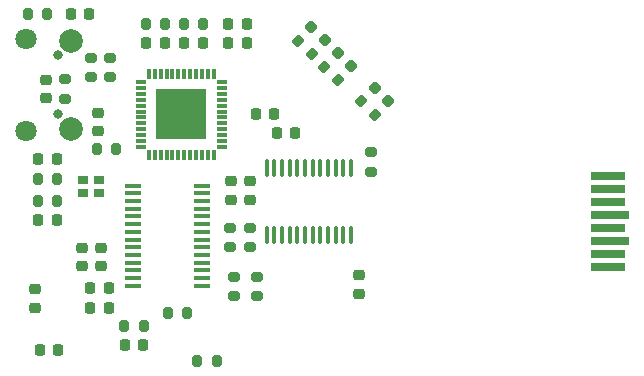
<source format=gbr>
%TF.GenerationSoftware,KiCad,Pcbnew,6.0.5-a6ca702e91~116~ubuntu20.04.1*%
%TF.CreationDate,2022-07-26T15:57:37+01:00*%
%TF.ProjectId,sd-mux,73642d6d-7578-42e6-9b69-6361645f7063,rev?*%
%TF.SameCoordinates,Original*%
%TF.FileFunction,Soldermask,Top*%
%TF.FilePolarity,Negative*%
%FSLAX46Y46*%
G04 Gerber Fmt 4.6, Leading zero omitted, Abs format (unit mm)*
G04 Created by KiCad (PCBNEW 6.0.5-a6ca702e91~116~ubuntu20.04.1) date 2022-07-26 15:57:37*
%MOMM*%
%LPD*%
G01*
G04 APERTURE LIST*
G04 Aperture macros list*
%AMRoundRect*
0 Rectangle with rounded corners*
0 $1 Rounding radius*
0 $2 $3 $4 $5 $6 $7 $8 $9 X,Y pos of 4 corners*
0 Add a 4 corners polygon primitive as box body*
4,1,4,$2,$3,$4,$5,$6,$7,$8,$9,$2,$3,0*
0 Add four circle primitives for the rounded corners*
1,1,$1+$1,$2,$3*
1,1,$1+$1,$4,$5*
1,1,$1+$1,$6,$7*
1,1,$1+$1,$8,$9*
0 Add four rect primitives between the rounded corners*
20,1,$1+$1,$2,$3,$4,$5,0*
20,1,$1+$1,$4,$5,$6,$7,0*
20,1,$1+$1,$6,$7,$8,$9,0*
20,1,$1+$1,$8,$9,$2,$3,0*%
G04 Aperture macros list end*
%ADD10R,0.900000X0.800000*%
%ADD11RoundRect,0.218750X0.335876X0.026517X0.026517X0.335876X-0.335876X-0.026517X-0.026517X-0.335876X0*%
%ADD12RoundRect,0.200000X-0.275000X0.200000X-0.275000X-0.200000X0.275000X-0.200000X0.275000X0.200000X0*%
%ADD13RoundRect,0.200000X-0.200000X-0.275000X0.200000X-0.275000X0.200000X0.275000X-0.200000X0.275000X0*%
%ADD14RoundRect,0.200000X0.335876X0.053033X0.053033X0.335876X-0.335876X-0.053033X-0.053033X-0.335876X0*%
%ADD15RoundRect,0.200000X-0.335876X-0.053033X-0.053033X-0.335876X0.335876X0.053033X0.053033X0.335876X0*%
%ADD16RoundRect,0.200000X0.200000X0.275000X-0.200000X0.275000X-0.200000X-0.275000X0.200000X-0.275000X0*%
%ADD17RoundRect,0.200000X0.275000X-0.200000X0.275000X0.200000X-0.275000X0.200000X-0.275000X-0.200000X0*%
%ADD18RoundRect,0.225000X-0.225000X-0.250000X0.225000X-0.250000X0.225000X0.250000X-0.225000X0.250000X0*%
%ADD19RoundRect,0.225000X0.225000X0.250000X-0.225000X0.250000X-0.225000X-0.250000X0.225000X-0.250000X0*%
%ADD20RoundRect,0.225000X0.250000X-0.225000X0.250000X0.225000X-0.250000X0.225000X-0.250000X-0.225000X0*%
%ADD21RoundRect,0.225000X-0.250000X0.225000X-0.250000X-0.225000X0.250000X-0.225000X0.250000X0.225000X0*%
%ADD22RoundRect,0.100000X0.100000X-0.637500X0.100000X0.637500X-0.100000X0.637500X-0.100000X-0.637500X0*%
%ADD23R,4.200000X4.200000*%
%ADD24R,0.900000X0.300000*%
%ADD25R,0.300000X0.900000*%
%ADD26R,1.475000X0.450000*%
%ADD27R,2.900000X0.800000*%
%ADD28R,3.200000X0.800000*%
%ADD29C,0.800000*%
%ADD30C,2.000000*%
%ADD31C,1.800000*%
G04 APERTURE END LIST*
D10*
%TO.C,Y1*%
X181000000Y-102925000D03*
X182400000Y-102925000D03*
X182400000Y-101825000D03*
X181000000Y-101825000D03*
%TD*%
D11*
%TO.C,D1*%
X206863694Y-95138694D03*
X205750000Y-94025000D03*
%TD*%
%TO.C,D2*%
X203731847Y-92181847D03*
X202618153Y-91068153D03*
%TD*%
%TO.C,D3*%
X201481847Y-89931847D03*
X200368153Y-88818153D03*
%TD*%
D12*
%TO.C,R4*%
X205375000Y-99475000D03*
X205375000Y-101125000D03*
%TD*%
%TO.C,R11*%
X193800000Y-110025000D03*
X193800000Y-111675000D03*
%TD*%
D13*
%TO.C,R13*%
X188225000Y-113050000D03*
X189875000Y-113050000D03*
%TD*%
D12*
%TO.C,R12*%
X195800000Y-110025000D03*
X195800000Y-111675000D03*
%TD*%
D13*
%TO.C,R14*%
X177200000Y-103625000D03*
X178850000Y-103625000D03*
%TD*%
D14*
%TO.C,R19*%
X199216637Y-90016637D03*
X200383363Y-91183363D03*
%TD*%
D13*
%TO.C,R5*%
X186350000Y-88625000D03*
X188000000Y-88625000D03*
%TD*%
%TO.C,R6*%
X176350000Y-87800000D03*
X178000000Y-87800000D03*
%TD*%
D15*
%TO.C,R17*%
X204566637Y-95166637D03*
X205733363Y-96333363D03*
%TD*%
D13*
%TO.C,R3*%
X190700000Y-117175000D03*
X192350000Y-117175000D03*
%TD*%
D16*
%TO.C,R15*%
X183850000Y-99225000D03*
X182200000Y-99225000D03*
%TD*%
D17*
%TO.C,R7*%
X183325000Y-93125000D03*
X183325000Y-91475000D03*
%TD*%
D12*
%TO.C,FB2*%
X179475000Y-93275000D03*
X179475000Y-94925000D03*
%TD*%
D16*
%TO.C,FB4*%
X191225000Y-88625000D03*
X189575000Y-88625000D03*
%TD*%
D12*
%TO.C,R9*%
X195150000Y-105850000D03*
X195150000Y-107500000D03*
%TD*%
%TO.C,R8*%
X193500000Y-105850000D03*
X193500000Y-107500000D03*
%TD*%
D13*
%TO.C,R10*%
X184525000Y-114200000D03*
X186175000Y-114200000D03*
%TD*%
%TO.C,R2*%
X177200000Y-101700000D03*
X178850000Y-101700000D03*
%TD*%
D17*
%TO.C,R1*%
X181725000Y-93125000D03*
X181725000Y-91475000D03*
%TD*%
D14*
%TO.C,R18*%
X202608363Y-93383363D03*
X201441637Y-92216637D03*
%TD*%
D18*
%TO.C,C18*%
X193350000Y-88575000D03*
X194900000Y-88575000D03*
%TD*%
D19*
%TO.C,C4*%
X198975000Y-97875000D03*
X197425000Y-97875000D03*
%TD*%
D18*
%TO.C,C8*%
X180000000Y-87800000D03*
X181550000Y-87800000D03*
%TD*%
%TO.C,C20*%
X195650000Y-96200000D03*
X197200000Y-96200000D03*
%TD*%
D19*
%TO.C,C15*%
X186125000Y-115800000D03*
X184575000Y-115800000D03*
%TD*%
D18*
%TO.C,C14*%
X177375000Y-116225000D03*
X178925000Y-116225000D03*
%TD*%
D20*
%TO.C,C26*%
X180950000Y-109125000D03*
X180950000Y-107575000D03*
%TD*%
D21*
%TO.C,C3*%
X182300000Y-96100000D03*
X182300000Y-97650000D03*
%TD*%
D18*
%TO.C,C1*%
X177250000Y-105225000D03*
X178800000Y-105225000D03*
%TD*%
%TO.C,C9*%
X193350000Y-90200000D03*
X194900000Y-90200000D03*
%TD*%
D19*
%TO.C,C23*%
X181650000Y-110975000D03*
X183200000Y-110975000D03*
%TD*%
D18*
%TO.C,C13*%
X189625000Y-90200000D03*
X191175000Y-90200000D03*
%TD*%
D21*
%TO.C,C10*%
X177925000Y-93325000D03*
X177925000Y-94875000D03*
%TD*%
D20*
%TO.C,C24*%
X195150000Y-103475000D03*
X195150000Y-101925000D03*
%TD*%
%TO.C,C22*%
X193525000Y-103475000D03*
X193525000Y-101925000D03*
%TD*%
%TO.C,C21*%
X182525000Y-109125000D03*
X182525000Y-107575000D03*
%TD*%
D21*
%TO.C,C17*%
X204375000Y-111425000D03*
X204375000Y-109875000D03*
%TD*%
D19*
%TO.C,C7*%
X187950000Y-90200000D03*
X186400000Y-90200000D03*
%TD*%
D18*
%TO.C,C2*%
X177250000Y-100075000D03*
X178800000Y-100075000D03*
%TD*%
D21*
%TO.C,C12*%
X177000000Y-111075000D03*
X177000000Y-112625000D03*
%TD*%
D19*
%TO.C,C25*%
X183200000Y-112625000D03*
X181650000Y-112625000D03*
%TD*%
D22*
%TO.C,U4*%
X196577000Y-106494500D03*
X197227000Y-106494500D03*
X197877000Y-106494500D03*
X198527000Y-106494500D03*
X199177000Y-106494500D03*
X199827000Y-106494500D03*
X200477000Y-106494500D03*
X201127000Y-106494500D03*
X201777000Y-106494500D03*
X202427000Y-106494500D03*
X203077000Y-106494500D03*
X203727000Y-106494500D03*
X203727000Y-100769500D03*
X203077000Y-100769500D03*
X202427000Y-100769500D03*
X201777000Y-100769500D03*
X201127000Y-100769500D03*
X200477000Y-100769500D03*
X199827000Y-100769500D03*
X199177000Y-100769500D03*
X198527000Y-100769500D03*
X197877000Y-100769500D03*
X197227000Y-100769500D03*
X196577000Y-100769500D03*
%TD*%
D23*
%TO.C,U1*%
X189357000Y-96266000D03*
D24*
X185907000Y-99016000D03*
X185907000Y-98516000D03*
X185907000Y-98016000D03*
X185907000Y-97516000D03*
X185907000Y-97016000D03*
X185907000Y-96516000D03*
X185907000Y-96016000D03*
X185907000Y-95516000D03*
X185907000Y-95016000D03*
X185907000Y-94516000D03*
X185907000Y-94016000D03*
X185907000Y-93516000D03*
D25*
X186607000Y-92816000D03*
X187107000Y-92816000D03*
X187607000Y-92816000D03*
X188107000Y-92816000D03*
X188607000Y-92816000D03*
X189107000Y-92816000D03*
X189607000Y-92816000D03*
X190107000Y-92816000D03*
X190607000Y-92816000D03*
X191107000Y-92816000D03*
X191607000Y-92816000D03*
X192107000Y-92816000D03*
D24*
X192807000Y-93516000D03*
X192807000Y-94016000D03*
X192807000Y-94516000D03*
X192807000Y-95016000D03*
X192807000Y-95516000D03*
X192807000Y-96016000D03*
X192807000Y-96516000D03*
X192807000Y-97016000D03*
X192807000Y-97516000D03*
X192807000Y-98016000D03*
X192807000Y-98516000D03*
X192807000Y-99016000D03*
D25*
X192107000Y-99716000D03*
X191607000Y-99716000D03*
X191107000Y-99716000D03*
X190607000Y-99716000D03*
X190107000Y-99716000D03*
X189607000Y-99716000D03*
X189107000Y-99716000D03*
X188607000Y-99716000D03*
X188107000Y-99716000D03*
X187607000Y-99716000D03*
X187107000Y-99716000D03*
X186607000Y-99716000D03*
%TD*%
D26*
%TO.C,U3*%
X191126600Y-110752600D03*
X191126600Y-110102600D03*
X191126600Y-109452600D03*
X191126600Y-108802600D03*
X191126600Y-108152600D03*
X191126600Y-107502600D03*
X191126600Y-106852600D03*
X191126600Y-106202600D03*
X191126600Y-105552600D03*
X191126600Y-104902600D03*
X191126600Y-104252600D03*
X191126600Y-103602600D03*
X191126600Y-102952600D03*
X191126600Y-102302600D03*
X185250600Y-102302600D03*
X185250600Y-102952600D03*
X185250600Y-103602600D03*
X185250600Y-104252600D03*
X185250600Y-104902600D03*
X185250600Y-105552600D03*
X185250600Y-106202600D03*
X185250600Y-106852600D03*
X185250600Y-107502600D03*
X185250600Y-108152600D03*
X185250600Y-108802600D03*
X185250600Y-109452600D03*
X185250600Y-110102600D03*
X185250600Y-110752600D03*
%TD*%
D27*
%TO.C,U5*%
X225500000Y-101469400D03*
X225500000Y-102569400D03*
X225500000Y-103669400D03*
D28*
X225650000Y-104769400D03*
D27*
X225500000Y-105869400D03*
D28*
X225650000Y-106969400D03*
D27*
X225500000Y-108069400D03*
X225500000Y-109169400D03*
%TD*%
D29*
%TO.C,J1*%
X178955000Y-96255000D03*
X178955000Y-91255000D03*
D30*
X180005000Y-90030000D03*
D31*
X176205000Y-89880000D03*
X176205000Y-97630000D03*
D30*
X180005000Y-97480000D03*
%TD*%
M02*

</source>
